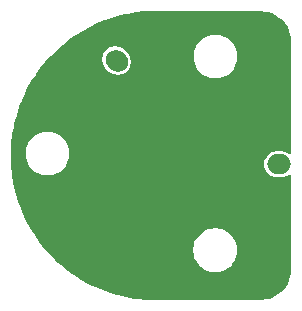
<source format=gbr>
%TF.GenerationSoftware,KiCad,Pcbnew,8.0.6*%
%TF.CreationDate,2024-11-27T15:34:58-05:00*%
%TF.ProjectId,lightboard,6c696768-7462-46f6-9172-642e6b696361,rev?*%
%TF.SameCoordinates,Original*%
%TF.FileFunction,Copper,L2,Bot*%
%TF.FilePolarity,Positive*%
%FSLAX46Y46*%
G04 Gerber Fmt 4.6, Leading zero omitted, Abs format (unit mm)*
G04 Created by KiCad (PCBNEW 8.0.6) date 2024-11-27 15:34:58*
%MOMM*%
%LPD*%
G01*
G04 APERTURE LIST*
G04 Aperture macros list*
%AMRoundRect*
0 Rectangle with rounded corners*
0 $1 Rounding radius*
0 $2 $3 $4 $5 $6 $7 $8 $9 X,Y pos of 4 corners*
0 Add a 4 corners polygon primitive as box body*
4,1,4,$2,$3,$4,$5,$6,$7,$8,$9,$2,$3,0*
0 Add four circle primitives for the rounded corners*
1,1,$1+$1,$2,$3*
1,1,$1+$1,$4,$5*
1,1,$1+$1,$6,$7*
1,1,$1+$1,$8,$9*
0 Add four rect primitives between the rounded corners*
20,1,$1+$1,$2,$3,$4,$5,0*
20,1,$1+$1,$4,$5,$6,$7,0*
20,1,$1+$1,$6,$7,$8,$9,0*
20,1,$1+$1,$8,$9,$2,$3,0*%
%AMHorizOval*
0 Thick line with rounded ends*
0 $1 width*
0 $2 $3 position (X,Y) of the first rounded end (center of the circle)*
0 $4 $5 position (X,Y) of the second rounded end (center of the circle)*
0 Add line between two ends*
20,1,$1,$2,$3,$4,$5,0*
0 Add two circle primitives to create the rounded ends*
1,1,$1,$2,$3*
1,1,$1,$4,$5*%
G04 Aperture macros list end*
%TA.AperFunction,ComponentPad*%
%ADD10RoundRect,0.250000X0.106066X-0.954594X0.954594X-0.106066X-0.106066X0.954594X-0.954594X0.106066X0*%
%TD*%
%TA.AperFunction,ComponentPad*%
%ADD11HorizOval,1.700000X-0.106066X0.106066X0.106066X-0.106066X0*%
%TD*%
%TA.AperFunction,ComponentPad*%
%ADD12RoundRect,0.250000X-0.750000X0.600000X-0.750000X-0.600000X0.750000X-0.600000X0.750000X0.600000X0*%
%TD*%
%TA.AperFunction,ComponentPad*%
%ADD13O,2.000000X1.700000*%
%TD*%
%TA.AperFunction,ViaPad*%
%ADD14C,0.600000*%
%TD*%
G04 APERTURE END LIST*
D10*
%TO.P,J2,1,Pin_1*%
%TO.N,LED_V-*%
X181454594Y-85722361D03*
D11*
%TO.P,J2,2,Pin_2*%
%TO.N,V_RAW*%
X183222361Y-83954594D03*
%TD*%
D12*
%TO.P,J1,1,Pin_1*%
%TO.N,LED_V-*%
X196967500Y-90250000D03*
D13*
%TO.P,J1,2,Pin_2*%
%TO.N,LED_V+*%
X196967500Y-92750000D03*
%TD*%
D14*
%TO.N,LED_V-*%
X186835786Y-95335786D03*
X185421573Y-93921573D03*
X184714466Y-93214466D03*
X188603553Y-92860913D03*
X189310660Y-93568019D03*
X186128680Y-94628680D03*
X186835786Y-92507359D03*
X186128680Y-91800253D03*
X185775126Y-92860913D03*
X187542893Y-93214466D03*
X187189340Y-91446699D03*
X186482233Y-93568019D03*
X188250000Y-93921573D03*
X187896447Y-92153806D03*
X188957107Y-94628680D03*
X187896447Y-94982233D03*
X187189340Y-94275126D03*
%TD*%
%TA.AperFunction,Conductor*%
%TO.N,LED_V-*%
G36*
X186855620Y-79767926D02*
G01*
X186861173Y-79768319D01*
X186866286Y-79768337D01*
X186866287Y-79768338D01*
X186922760Y-79768548D01*
X186926400Y-79768616D01*
X186982844Y-79770542D01*
X186982849Y-79770540D01*
X186990936Y-79769756D01*
X186990999Y-79770406D01*
X187004770Y-79768853D01*
X195424315Y-79800220D01*
X195428435Y-79800500D01*
X195434108Y-79800500D01*
X195496261Y-79800500D01*
X195503747Y-79800725D01*
X195793795Y-79818271D01*
X195808659Y-79820076D01*
X196090798Y-79871780D01*
X196105335Y-79875363D01*
X196379172Y-79960695D01*
X196393163Y-79966000D01*
X196654743Y-80083727D01*
X196667989Y-80090680D01*
X196913465Y-80239075D01*
X196925776Y-80247573D01*
X197016026Y-80318279D01*
X197151573Y-80424473D01*
X197162781Y-80434403D01*
X197365596Y-80637218D01*
X197375526Y-80648426D01*
X197495481Y-80801538D01*
X197552422Y-80874217D01*
X197560928Y-80886540D01*
X197709316Y-81132004D01*
X197716275Y-81145263D01*
X197833997Y-81406831D01*
X197839306Y-81420832D01*
X197924635Y-81694663D01*
X197928219Y-81709201D01*
X197979923Y-81991340D01*
X197981728Y-82006205D01*
X197999274Y-82296263D01*
X197999500Y-82303750D01*
X197999500Y-91787154D01*
X197979815Y-91854193D01*
X197927011Y-91899948D01*
X197857853Y-91909892D01*
X197802614Y-91887472D01*
X197694288Y-91808768D01*
X197539947Y-91730128D01*
X197539946Y-91730127D01*
X197539945Y-91730127D01*
X197375201Y-91676598D01*
X197375199Y-91676597D01*
X197375198Y-91676597D01*
X197243771Y-91655781D01*
X197204111Y-91649500D01*
X196730889Y-91649500D01*
X196691228Y-91655781D01*
X196559802Y-91676597D01*
X196395052Y-91730128D01*
X196240711Y-91808768D01*
X196178190Y-91854193D01*
X196100572Y-91910586D01*
X196100570Y-91910588D01*
X196100569Y-91910588D01*
X195978088Y-92033069D01*
X195978088Y-92033070D01*
X195978086Y-92033072D01*
X195935500Y-92091686D01*
X195876268Y-92173211D01*
X195797628Y-92327552D01*
X195744097Y-92492302D01*
X195717000Y-92663389D01*
X195717000Y-92836610D01*
X195736776Y-92961476D01*
X195744098Y-93007701D01*
X195797627Y-93172445D01*
X195876268Y-93326788D01*
X195978086Y-93466928D01*
X196100572Y-93589414D01*
X196240712Y-93691232D01*
X196395055Y-93769873D01*
X196559799Y-93823402D01*
X196730889Y-93850500D01*
X196730890Y-93850500D01*
X197204110Y-93850500D01*
X197204111Y-93850500D01*
X197375201Y-93823402D01*
X197539945Y-93769873D01*
X197694288Y-93691232D01*
X197802614Y-93612527D01*
X197868420Y-93589047D01*
X197936474Y-93604872D01*
X197985169Y-93654977D01*
X197999500Y-93712845D01*
X197999500Y-101696249D01*
X197999274Y-101703736D01*
X197981728Y-101993794D01*
X197979923Y-102008659D01*
X197928219Y-102290798D01*
X197924635Y-102305336D01*
X197839306Y-102579167D01*
X197833997Y-102593168D01*
X197716275Y-102854736D01*
X197709316Y-102867995D01*
X197560928Y-103113459D01*
X197552422Y-103125782D01*
X197375526Y-103351573D01*
X197365596Y-103362781D01*
X197162781Y-103565596D01*
X197151573Y-103575526D01*
X196925782Y-103752422D01*
X196913459Y-103760928D01*
X196667995Y-103909316D01*
X196654736Y-103916275D01*
X196393168Y-104033997D01*
X196379167Y-104039306D01*
X196105336Y-104124635D01*
X196090798Y-104128219D01*
X195808659Y-104179923D01*
X195793794Y-104181728D01*
X195503736Y-104199274D01*
X195496249Y-104199500D01*
X187557370Y-104199500D01*
X187534777Y-104197424D01*
X187526400Y-104195871D01*
X187485186Y-104199117D01*
X187475453Y-104199500D01*
X187434101Y-104199500D01*
X187433502Y-104199661D01*
X187407688Y-104203724D01*
X186778456Y-104235543D01*
X186771502Y-104235699D01*
X186091875Y-104231905D01*
X186084922Y-104231671D01*
X185406580Y-104189769D01*
X185399652Y-104189146D01*
X184724714Y-104109270D01*
X184717831Y-104108259D01*
X184048427Y-103990657D01*
X184041612Y-103989261D01*
X183379885Y-103834312D01*
X183373159Y-103832537D01*
X182887046Y-103689525D01*
X182721133Y-103640714D01*
X182714528Y-103638568D01*
X182509693Y-103565596D01*
X182074303Y-103410489D01*
X182067818Y-103407972D01*
X181441378Y-103144344D01*
X181435045Y-103141467D01*
X180824387Y-102843131D01*
X180818224Y-102839903D01*
X180225250Y-102507787D01*
X180219279Y-102504219D01*
X179883852Y-102290798D01*
X179645862Y-102139372D01*
X179640106Y-102135479D01*
X179453226Y-102001281D01*
X179088055Y-101739052D01*
X179082521Y-101734838D01*
X178553557Y-101308067D01*
X178548268Y-101303548D01*
X178291194Y-101071171D01*
X178044085Y-100847801D01*
X178039089Y-100843024D01*
X177561217Y-100359680D01*
X177556469Y-100354599D01*
X177144880Y-99888711D01*
X189719500Y-99888711D01*
X189719500Y-100131288D01*
X189751161Y-100371785D01*
X189813947Y-100606104D01*
X189906773Y-100830205D01*
X189906777Y-100830214D01*
X189916940Y-100847816D01*
X190028064Y-101040289D01*
X190028066Y-101040292D01*
X190028067Y-101040293D01*
X190175733Y-101232736D01*
X190175739Y-101232743D01*
X190347256Y-101404260D01*
X190347262Y-101404265D01*
X190539711Y-101551936D01*
X190749788Y-101673224D01*
X190973900Y-101766054D01*
X191208211Y-101828838D01*
X191388586Y-101852584D01*
X191448711Y-101860500D01*
X191448712Y-101860500D01*
X191691289Y-101860500D01*
X191739388Y-101854167D01*
X191931789Y-101828838D01*
X192166100Y-101766054D01*
X192390212Y-101673224D01*
X192600289Y-101551936D01*
X192792738Y-101404265D01*
X192964265Y-101232738D01*
X193111936Y-101040289D01*
X193233224Y-100830212D01*
X193326054Y-100606100D01*
X193388838Y-100371789D01*
X193420500Y-100131288D01*
X193420500Y-99888712D01*
X193388838Y-99648211D01*
X193326054Y-99413900D01*
X193233224Y-99189788D01*
X193111936Y-98979711D01*
X192964265Y-98787262D01*
X192964260Y-98787256D01*
X192792743Y-98615739D01*
X192792736Y-98615733D01*
X192600293Y-98468067D01*
X192600292Y-98468066D01*
X192600289Y-98468064D01*
X192390212Y-98346776D01*
X192390205Y-98346773D01*
X192166104Y-98253947D01*
X191931785Y-98191161D01*
X191691289Y-98159500D01*
X191691288Y-98159500D01*
X191448712Y-98159500D01*
X191448711Y-98159500D01*
X191208214Y-98191161D01*
X190973895Y-98253947D01*
X190749794Y-98346773D01*
X190749785Y-98346777D01*
X190539706Y-98468067D01*
X190347263Y-98615733D01*
X190347256Y-98615739D01*
X190175739Y-98787256D01*
X190175733Y-98787263D01*
X190028067Y-98979706D01*
X189906777Y-99189785D01*
X189906773Y-99189794D01*
X189813947Y-99413895D01*
X189751161Y-99648214D01*
X189719500Y-99888711D01*
X177144880Y-99888711D01*
X177106504Y-99845272D01*
X177102046Y-99839932D01*
X176950939Y-99648214D01*
X176681320Y-99306134D01*
X176677186Y-99300576D01*
X176287058Y-98744026D01*
X176283246Y-98738250D01*
X175924937Y-98160691D01*
X175921441Y-98154686D01*
X175596097Y-97557966D01*
X175592940Y-97551767D01*
X175301580Y-96937758D01*
X175298775Y-96931392D01*
X175042298Y-96301992D01*
X175039855Y-96295479D01*
X174819085Y-95652710D01*
X174817010Y-95646070D01*
X174771823Y-95485755D01*
X174632617Y-94991873D01*
X174630929Y-94985167D01*
X174483520Y-94321698D01*
X174482203Y-94314871D01*
X174372233Y-93644184D01*
X174371300Y-93637290D01*
X174354844Y-93483226D01*
X174299111Y-92961458D01*
X174298570Y-92954560D01*
X174264394Y-92275766D01*
X174264240Y-92268817D01*
X174266141Y-91941288D01*
X174267549Y-91698711D01*
X175529500Y-91698711D01*
X175529500Y-91941288D01*
X175561161Y-92181785D01*
X175623947Y-92416104D01*
X175716773Y-92640205D01*
X175716776Y-92640212D01*
X175838064Y-92850289D01*
X175838066Y-92850292D01*
X175838067Y-92850293D01*
X175985733Y-93042736D01*
X175985739Y-93042743D01*
X176157256Y-93214260D01*
X176157262Y-93214265D01*
X176349711Y-93361936D01*
X176559788Y-93483224D01*
X176783900Y-93576054D01*
X177018211Y-93638838D01*
X177198586Y-93662584D01*
X177258711Y-93670500D01*
X177258712Y-93670500D01*
X177501289Y-93670500D01*
X177549388Y-93664167D01*
X177741789Y-93638838D01*
X177976100Y-93576054D01*
X178200212Y-93483224D01*
X178410289Y-93361936D01*
X178602738Y-93214265D01*
X178774265Y-93042738D01*
X178921936Y-92850289D01*
X179043224Y-92640212D01*
X179136054Y-92416100D01*
X179198838Y-92181789D01*
X179230500Y-91941288D01*
X179230500Y-91698712D01*
X179198838Y-91458211D01*
X179136054Y-91223900D01*
X179043224Y-90999788D01*
X178921936Y-90789711D01*
X178774265Y-90597262D01*
X178774260Y-90597256D01*
X178602743Y-90425739D01*
X178602736Y-90425733D01*
X178410293Y-90278067D01*
X178410292Y-90278066D01*
X178410289Y-90278064D01*
X178200212Y-90156776D01*
X178200205Y-90156773D01*
X177976104Y-90063947D01*
X177741785Y-90001161D01*
X177501289Y-89969500D01*
X177501288Y-89969500D01*
X177258712Y-89969500D01*
X177258711Y-89969500D01*
X177018214Y-90001161D01*
X176783895Y-90063947D01*
X176559794Y-90156773D01*
X176559785Y-90156777D01*
X176349706Y-90278067D01*
X176157263Y-90425733D01*
X176157256Y-90425739D01*
X175985739Y-90597256D01*
X175985733Y-90597263D01*
X175838067Y-90789706D01*
X175716777Y-90999785D01*
X175716773Y-90999794D01*
X175623947Y-91223895D01*
X175561161Y-91458214D01*
X175529500Y-91698711D01*
X174267549Y-91698711D01*
X174268185Y-91589141D01*
X174268418Y-91582252D01*
X174310473Y-90903860D01*
X174311093Y-90896987D01*
X174391124Y-90222020D01*
X174392125Y-90215211D01*
X174509882Y-89545786D01*
X174511277Y-89538983D01*
X174666377Y-88877269D01*
X174668154Y-88870544D01*
X174860113Y-88218586D01*
X174862264Y-88211970D01*
X175090495Y-87571762D01*
X175093001Y-87565313D01*
X175356773Y-86938916D01*
X175359634Y-86932620D01*
X175658136Y-86321964D01*
X175661340Y-86315850D01*
X175993604Y-85722921D01*
X175997151Y-85716988D01*
X176362148Y-85143611D01*
X176366010Y-85137904D01*
X176762605Y-84585874D01*
X176766779Y-84580397D01*
X177193680Y-84051509D01*
X177198166Y-84046259D01*
X177455306Y-83761917D01*
X182015795Y-83761917D01*
X182015795Y-83935138D01*
X182033391Y-84046240D01*
X182042893Y-84106229D01*
X182096422Y-84270973D01*
X182175063Y-84425316D01*
X182276881Y-84565456D01*
X182611499Y-84900074D01*
X182751639Y-85001892D01*
X182905982Y-85080533D01*
X183070726Y-85134062D01*
X183241816Y-85161160D01*
X183241817Y-85161160D01*
X183415037Y-85161160D01*
X183415038Y-85161160D01*
X183586128Y-85134062D01*
X183750872Y-85080533D01*
X183905215Y-85001892D01*
X184045355Y-84900074D01*
X184167841Y-84777588D01*
X184269659Y-84637448D01*
X184348300Y-84483105D01*
X184401829Y-84318361D01*
X184428927Y-84147271D01*
X184428927Y-83974049D01*
X184401829Y-83802959D01*
X184348300Y-83638215D01*
X184272125Y-83488711D01*
X189739500Y-83488711D01*
X189739500Y-83731288D01*
X189771161Y-83971785D01*
X189833947Y-84206104D01*
X189860817Y-84270973D01*
X189926776Y-84430212D01*
X190048064Y-84640289D01*
X190048066Y-84640292D01*
X190048067Y-84640293D01*
X190195733Y-84832736D01*
X190195739Y-84832743D01*
X190367256Y-85004260D01*
X190367262Y-85004265D01*
X190559711Y-85151936D01*
X190769788Y-85273224D01*
X190993900Y-85366054D01*
X191228211Y-85428838D01*
X191408586Y-85452584D01*
X191468711Y-85460500D01*
X191468712Y-85460500D01*
X191711289Y-85460500D01*
X191759388Y-85454167D01*
X191951789Y-85428838D01*
X192186100Y-85366054D01*
X192410212Y-85273224D01*
X192620289Y-85151936D01*
X192812738Y-85004265D01*
X192984265Y-84832738D01*
X193131936Y-84640289D01*
X193253224Y-84430212D01*
X193346054Y-84206100D01*
X193408838Y-83971789D01*
X193440500Y-83731288D01*
X193440500Y-83488712D01*
X193408838Y-83248211D01*
X193346054Y-83013900D01*
X193253224Y-82789788D01*
X193131936Y-82579711D01*
X192984265Y-82387262D01*
X192984260Y-82387256D01*
X192812743Y-82215739D01*
X192812736Y-82215733D01*
X192620293Y-82068067D01*
X192620292Y-82068066D01*
X192620289Y-82068064D01*
X192410212Y-81946776D01*
X192410205Y-81946773D01*
X192186104Y-81853947D01*
X191951785Y-81791161D01*
X191711289Y-81759500D01*
X191711288Y-81759500D01*
X191468712Y-81759500D01*
X191468711Y-81759500D01*
X191228214Y-81791161D01*
X190993895Y-81853947D01*
X190769794Y-81946773D01*
X190769785Y-81946777D01*
X190559706Y-82068067D01*
X190367263Y-82215733D01*
X190367256Y-82215739D01*
X190195739Y-82387256D01*
X190195733Y-82387263D01*
X190048067Y-82579706D01*
X189926777Y-82789785D01*
X189926773Y-82789794D01*
X189833947Y-83013895D01*
X189771161Y-83248214D01*
X189739500Y-83488711D01*
X184272125Y-83488711D01*
X184269659Y-83483872D01*
X184167841Y-83343732D01*
X183833223Y-83009114D01*
X183693083Y-82907296D01*
X183538740Y-82828655D01*
X183373996Y-82775126D01*
X183373994Y-82775125D01*
X183373993Y-82775125D01*
X183242566Y-82754309D01*
X183202906Y-82748028D01*
X183029684Y-82748028D01*
X182990023Y-82754309D01*
X182858597Y-82775125D01*
X182693847Y-82828656D01*
X182539506Y-82907296D01*
X182459551Y-82965387D01*
X182399367Y-83009114D01*
X182399365Y-83009116D01*
X182399364Y-83009116D01*
X182276883Y-83131597D01*
X182276883Y-83131598D01*
X182276881Y-83131600D01*
X182233154Y-83191784D01*
X182175063Y-83271739D01*
X182096423Y-83426080D01*
X182042892Y-83590830D01*
X182015795Y-83761917D01*
X177455306Y-83761917D01*
X177654081Y-83542115D01*
X177658849Y-83537132D01*
X178142292Y-83059373D01*
X178147342Y-83054655D01*
X178656810Y-82604764D01*
X178662117Y-82600335D01*
X179196033Y-82179707D01*
X179201597Y-82175572D01*
X179758218Y-81785577D01*
X179764015Y-81781752D01*
X180341648Y-81423574D01*
X180347619Y-81420100D01*
X180944435Y-81094874D01*
X180950612Y-81091729D01*
X181564754Y-80800470D01*
X181571048Y-80797700D01*
X182200529Y-80541351D01*
X182207040Y-80538911D01*
X182511532Y-80434403D01*
X182849876Y-80318276D01*
X182856499Y-80316208D01*
X183510738Y-80131958D01*
X183517435Y-80130274D01*
X184044387Y-80013318D01*
X184180956Y-79983008D01*
X184187786Y-79981692D01*
X184858507Y-79871867D01*
X184865338Y-79870944D01*
X185541231Y-79798899D01*
X185548103Y-79798361D01*
X186226965Y-79764333D01*
X186233849Y-79764181D01*
X186855620Y-79767926D01*
G37*
%TD.AperFunction*%
%TD*%
M02*

</source>
